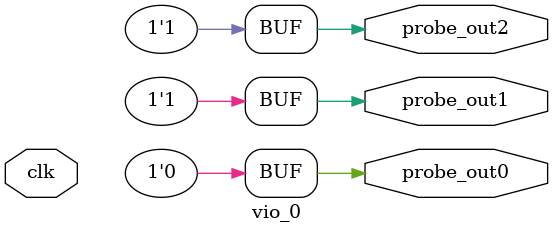
<source format=v>
`timescale 1ns / 1ps
module vio_0 (
clk,

probe_out0,
probe_out1,
probe_out2
);

input clk;

output reg [0 : 0] probe_out0 = 'h0 ;
output reg [0 : 0] probe_out1 = 'h1 ;
output reg [0 : 0] probe_out2 = 'h1 ;


endmodule

</source>
